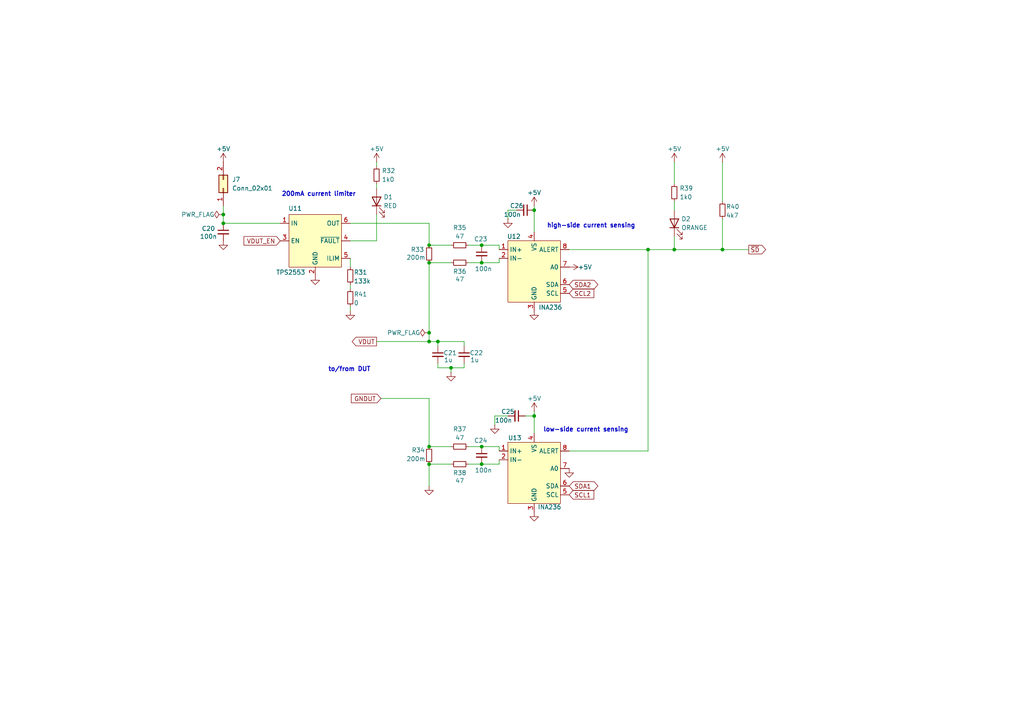
<source format=kicad_sch>
(kicad_sch (version 20250114) (generator "eeschema") (generator_version "9.0")
  (paper "A4")
  (title_block (title "Logic IC tester / current sense and limiting") (date "2024-12-08") (rev "3.0") (company "https://mera400.pl"))
  (lib_symbols
    (symbol "Connector_Generic:Conn_02x01" (pin_names (offset 1.016) (hide yes))
      (property "Reference" "J" (at 1.27 2.54 0))
      (property "Value" "Conn_02x01" (at 1.27 -2.54 0))
      (symbol "Conn_02x01_1_1"
        (rectangle (start -1.27 1.27) (end 3.81 -1.27) (stroke (width 0.254)) (fill (type background)))
        (rectangle (start -1.27 0.127) (end 0 -0.127) (stroke (width 0.1524)))
        (rectangle (start 3.81 0.127) (end 2.54 -0.127) (stroke (width 0.1524)))
        (pin passive line (at -5.08 0 0) (length 3.81) (name "Pin_1") (number "1"))
        (pin passive line (at 7.62 0 180) (length 3.81) (name "Pin_2") (number "2"))
      )
    )
    (symbol "Device:C_Small" (pin_numbers (hide yes)) (pin_names (offset 0.254) (hide yes))
      (property "Reference" "C" (at 0.254 1.778 0))
      (property "Value" "C_Small" (at 0.254 -2.032 0))
      (symbol "C_Small_0_1"
        (polyline (pts (xy -1.524 0.508) (xy 1.524 0.508)) (stroke (width 0.3048)))
        (polyline (pts (xy -1.524 -0.508) (xy 1.524 -0.508)) (stroke (width 0.3302)))
      )
      (symbol "C_Small_1_1"
        (pin passive line (at 0 2.54 270) (length 2.032) (name "~") (number "1"))
        (pin passive line (at 0 -2.54 90) (length 2.032) (name "~") (number "2"))
      )
    )
    (symbol "Device:LED" (pin_numbers (hide yes)) (pin_names (offset 1.016) (hide yes))
      (property "Reference" "D" (at 0 2.54 0))
      (property "Value" "LED" (at 0 -2.54 0))
      (symbol "LED_0_1"
        (polyline (pts (xy -3.048 -0.762) (xy -4.572 -2.286) (xy -3.81 -2.286) (xy -4.572 -2.286) (xy -4.572 -1.524)))
        (polyline (pts (xy -1.778 -0.762) (xy -3.302 -2.286) (xy -2.54 -2.286) (xy -3.302 -2.286) (xy -3.302 -1.524)))
        (polyline (pts (xy -1.27 0) (xy 1.27 0)))
        (polyline (pts (xy -1.27 -1.27) (xy -1.27 1.27)) (stroke (width 0.254)))
        (polyline (pts (xy 1.27 -1.27) (xy 1.27 1.27) (xy -1.27 0) (xy 1.27 -1.27)) (stroke (width 0.254)))
      )
      (symbol "LED_1_1"
        (pin passive line (at -3.81 0 0) (length 2.54) (name "K") (number "1"))
        (pin passive line (at 3.81 0 180) (length 2.54) (name "A") (number "2"))
      )
    )
    (symbol "Device:R_Small" (pin_numbers (hide yes)) (pin_names (offset 0.254) (hide yes))
      (property "Reference" "R" (at 0.762 0.508 0))
      (property "Value" "R_Small" (at 0.762 -1.016 0))
      (symbol "R_Small_0_1"
        (rectangle (start -0.762 1.778) (end 0.762 -1.778) (stroke (width 0.2032)))
      )
      (symbol "R_Small_1_1"
        (pin passive line (at 0 2.54 270) (length 0.762) (name "~") (number "1"))
        (pin passive line (at 0 -2.54 90) (length 0.762) (name "~") (number "2"))
      )
    )
    (symbol "INA236_1"
      (property "Reference" "U" (at 0.762 1.524 0))
      (property "Value" "INA236" (at 11.684 -19.05 0))
      (symbol "INA236_1_1_1"
        (rectangle (start 0 0) (end 15.24 -17.78) (fill (type background)))
        (pin input line (at -2.54 -2.54 0) (length 2.54) (name "IN+") (number "1"))
        (pin input line (at -2.54 -5.08 0) (length 2.54) (name "IN-") (number "2"))
        (pin power_in line (at 7.62 2.54 270) (length 2.54) (name "VS") (number "4"))
        (pin power_in line (at 7.62 -20.32 90) (length 2.54) (name "GND") (number "3"))
        (pin open_collector line (at 17.78 -2.54 180) (length 2.54) (name "ALERT") (number "8"))
        (pin input line (at 17.78 -7.62 180) (length 2.54) (name "A0") (number "7"))
        (pin bidirectional line (at 17.78 -12.7 180) (length 2.54) (name "SDA") (number "6"))
        (pin input line (at 17.78 -15.24 180) (length 2.54) (name "SCL") (number "5"))
      )
    )
    (symbol "ictester:INA236"
      (property "Reference" "U" (at 0.762 1.524 0))
      (property "Value" "INA236" (at 11.684 -19.05 0))
      (symbol "INA236_1_1"
        (rectangle (start 0 0) (end 15.24 -17.78) (fill (type background)))
        (pin input line (at -2.54 -2.54 0) (length 2.54) (name "IN+") (number "1"))
        (pin input line (at -2.54 -5.08 0) (length 2.54) (name "IN-") (number "2"))
        (pin power_in line (at 7.62 2.54 270) (length 2.54) (name "VS") (number "4"))
        (pin power_in line (at 7.62 -20.32 90) (length 2.54) (name "GND") (number "3"))
        (pin open_collector line (at 17.78 -2.54 180) (length 2.54) (name "ALERT") (number "8"))
        (pin input line (at 17.78 -7.62 180) (length 2.54) (name "A0") (number "7"))
        (pin bidirectional line (at 17.78 -12.7 180) (length 2.54) (name "SDA") (number "6"))
        (pin input line (at 17.78 -15.24 180) (length 2.54) (name "SCL") (number "5"))
      )
    )
    (symbol "ictester:TPS2553"
      (property "Reference" "U" (at 0.508 1.778 0))
      (property "Value" "TPS2553" (at 12.954 -16.764 0))
      (symbol "TPS2553_1_1"
        (rectangle (start 0 0) (end 15.24 -15.24) (fill (type background)))
        (pin power_in line (at -2.54 -2.54 0) (length 2.54) (name "IN") (number "1"))
        (pin input line (at -2.54 -7.62 0) (length 2.54) (name "EN") (number "3"))
        (pin passive line (at 7.62 -17.78 90) (length 2.54) (name "GND") (number "2"))
        (pin power_out line (at 17.78 -2.54 180) (length 2.54) (name "OUT") (number "6"))
        (pin open_collector line (at 17.78 -7.62 180) (length 2.54) (name "~{FAULT}") (number "4"))
        (pin passive line (at 17.78 -12.7 180) (length 2.54) (name "ILIM") (number "5"))
      )
    )
    (symbol "power:+5V" (power) (pin_numbers (hide yes)) (pin_names (offset 0) (hide yes))
      (property "Value" "+5V" (at 0 3.556 0))
      (symbol "+5V_0_1"
        (polyline (pts (xy -0.762 1.27) (xy 0 2.54)))
        (polyline (pts (xy 0 2.54) (xy 0.762 1.27)))
        (polyline (pts (xy 0 0) (xy 0 2.54)))
      )
      (symbol "+5V_1_1"
        (pin power_in line (at 0 0 90) (length 0) (name "~") (number "1"))
      )
    )
    (symbol "power:GND" (power) (pin_numbers (hide yes)) (pin_names (offset 0) (hide yes))
      (property "Value" "GND" (at 0 -3.81 0))
      (symbol "GND_0_1"
        (polyline (pts (xy 0 0) (xy 0 -1.27) (xy 1.27 -1.27) (xy 0 -2.54) (xy -1.27 -1.27) (xy 0 -1.27)))
      )
      (symbol "GND_1_1"
        (pin power_in line (at 0 0 270) (length 0) (name "~") (number "1"))
      )
    )
    (symbol "power:PWR_FLAG" (power) (pin_numbers (hide yes)) (pin_names (offset 0) (hide yes))
      (property "Value" "PWR_FLAG" (at 0 3.81 0))
      (symbol "PWR_FLAG_0_0"
        (pin power_out line (at 0 0 90) (length 0) (name "~") (number "1"))
      )
      (symbol "PWR_FLAG_0_1"
        (polyline (pts (xy 0 0) (xy 0 1.27) (xy -1.016 1.905) (xy 0 2.54) (xy 1.016 1.905) (xy 0 1.27)))
      )
    )
  )
  (text "low-side current sensing" (at 169.926 124.714 0) (effects (font (size 1.27 1.27) (thickness 0.254) (bold yes))))
  (text "200mA current limiter" (at 92.456 56.388 0) (effects (font (size 1.27 1.27) (thickness 0.254) (bold yes))))
  (text "high-side current sensing" (at 171.45 65.532 0) (effects (font (size 1.27 1.27) (thickness 0.254) (bold yes))))
  (text "to/from DUT" (at 101.346 107.188 0) (effects (font (size 1.27 1.27) (thickness 0.254) (bold yes))))
  (junction (at 130.81 106.68))
  (junction (at 187.96 72.39))
  (junction (at 209.55 72.39))
  (junction (at 127 99.06))
  (junction (at 154.94 120.65))
  (junction (at 124.46 99.06))
  (junction (at 124.46 71.12))
  (junction (at 139.7 71.12))
  (junction (at 124.46 129.54))
  (junction (at 195.58 72.39))
  (junction (at 139.7 76.2))
  (junction (at 124.46 134.62))
  (junction (at 139.7 134.62))
  (junction (at 139.7 129.54))
  (junction (at 64.77 64.77))
  (junction (at 124.46 96.52))
  (junction (at 64.77 62.23))
  (junction (at 124.46 76.2))
  (junction (at 154.94 60.96))
  (wire (pts (xy 124.46 134.62) (xy 130.81 134.62)))
  (wire (pts (xy 124.46 129.54) (xy 130.81 129.54)))
  (wire (pts (xy 139.7 71.12) (xy 144.78 71.12)))
  (wire (pts (xy 130.81 107.95) (xy 130.81 106.68)))
  (wire (pts (xy 134.62 99.06) (xy 134.62 100.33)))
  (wire (pts (xy 135.89 129.54) (xy 139.7 129.54)))
  (wire (pts (xy 195.58 46.99) (xy 195.58 53.34)))
  (wire (pts (xy 127 100.33) (xy 127 99.06)))
  (wire (pts (xy 101.6 74.93) (xy 101.6 77.47)))
  (wire (pts (xy 144.78 72.39) (xy 144.78 71.12)))
  (wire (pts (xy 109.22 53.34) (xy 109.22 54.61)))
  (wire (pts (xy 101.6 69.85) (xy 109.22 69.85)))
  (wire (pts (xy 110.49 115.57) (xy 124.46 115.57)))
  (wire (pts (xy 165.1 130.81) (xy 187.96 130.81)))
  (wire (pts (xy 124.46 64.77) (xy 124.46 71.12)))
  (wire (pts (xy 124.46 71.12) (xy 130.81 71.12)))
  (wire (pts (xy 152.4 120.65) (xy 154.94 120.65)))
  (wire (pts (xy 209.55 46.99) (xy 209.55 58.42)))
  (wire (pts (xy 209.55 72.39) (xy 217.17 72.39)))
  (wire (pts (xy 139.7 129.54) (xy 144.78 129.54)))
  (wire (pts (xy 147.32 120.65) (xy 143.51 120.65)))
  (wire (pts (xy 195.58 68.58) (xy 195.58 72.39)))
  (wire (pts (xy 209.55 63.5) (xy 209.55 72.39)))
  (wire (pts (xy 134.62 105.41) (xy 134.62 106.68)))
  (wire (pts (xy 130.81 106.68) (xy 134.62 106.68)))
  (wire (pts (xy 135.89 76.2) (xy 139.7 76.2)))
  (wire (pts (xy 165.1 72.39) (xy 187.96 72.39)))
  (wire (pts (xy 154.94 119.38) (xy 154.94 120.65)))
  (wire (pts (xy 124.46 115.57) (xy 124.46 129.54)))
  (wire (pts (xy 187.96 72.39) (xy 187.96 130.81)))
  (wire (pts (xy 147.32 60.96) (xy 149.86 60.96)))
  (wire (pts (xy 134.62 99.06) (xy 127 99.06)))
  (wire (pts (xy 135.89 71.12) (xy 139.7 71.12)))
  (wire (pts (xy 154.94 59.69) (xy 154.94 60.96)))
  (wire (pts (xy 101.6 90.17) (xy 101.6 88.9)))
  (wire (pts (xy 135.89 134.62) (xy 139.7 134.62)))
  (wire (pts (xy 144.78 74.93) (xy 144.78 76.2)))
  (wire (pts (xy 101.6 82.55) (xy 101.6 83.82)))
  (wire (pts (xy 109.22 62.23) (xy 109.22 69.85)))
  (wire (pts (xy 124.46 134.62) (xy 124.46 140.97)))
  (wire (pts (xy 64.77 59.69) (xy 64.77 62.23)))
  (wire (pts (xy 64.77 64.77) (xy 81.28 64.77)))
  (wire (pts (xy 147.32 63.5) (xy 147.32 60.96)))
  (wire (pts (xy 139.7 76.2) (xy 144.78 76.2)))
  (wire (pts (xy 144.78 133.35) (xy 144.78 134.62)))
  (wire (pts (xy 124.46 96.52) (xy 124.46 99.06)))
  (wire (pts (xy 109.22 46.99) (xy 109.22 48.26)))
  (wire (pts (xy 101.6 64.77) (xy 124.46 64.77)))
  (wire (pts (xy 144.78 130.81) (xy 144.78 129.54)))
  (wire (pts (xy 154.94 60.96) (xy 154.94 67.31)))
  (wire (pts (xy 139.7 134.62) (xy 144.78 134.62)))
  (wire (pts (xy 195.58 72.39) (xy 209.55 72.39)))
  (wire (pts (xy 109.22 99.06) (xy 124.46 99.06)))
  (wire (pts (xy 127 99.06) (xy 124.46 99.06)))
  (wire (pts (xy 64.77 62.23) (xy 64.77 64.77)))
  (wire (pts (xy 195.58 58.42) (xy 195.58 60.96)))
  (wire (pts (xy 187.96 72.39) (xy 195.58 72.39)))
  (wire (pts (xy 143.51 120.65) (xy 143.51 123.19)))
  (wire (pts (xy 154.94 120.65) (xy 154.94 125.73)))
  (wire (pts (xy 124.46 76.2) (xy 124.46 96.52)))
  (wire (pts (xy 124.46 76.2) (xy 130.81 76.2)))
  (wire (pts (xy 127 106.68) (xy 127 105.41)))
  (wire (pts (xy 130.81 106.68) (xy 127 106.68)))
  (global_label "VDUT" (shape output) (at 109.22 99.06 180) (property "Intersheetrefs" "${INTERSHEET_REFS}" (effects (hide yes))))
  (global_label "GNDUT" (shape input) (at 110.49 115.57 180) (property "Intersheetrefs" "${INTERSHEET_REFS}" (effects (hide yes))))
  (global_label "SCL1" (shape input) (at 165.1 143.51 0) (property "Intersheetrefs" "${INTERSHEET_REFS}" (effects (hide yes))))
  (global_label "SDA1" (shape bidirectional) (at 165.1 140.97 0) (property "Intersheetrefs" "${INTERSHEET_REFS}" (effects (hide yes))))
  (global_label "VDUT_EN" (shape input) (at 81.28 69.85 180) (property "Intersheetrefs" "${INTERSHEET_REFS}" (effects (hide yes))))
  (global_label "SDA2" (shape bidirectional) (at 165.1 82.55 0) (property "Intersheetrefs" "${INTERSHEET_REFS}" (effects (hide yes))))
  (global_label "SCL2" (shape input) (at 165.1 85.09 0) (property "Intersheetrefs" "${INTERSHEET_REFS}" (effects (hide yes))))
  (global_label "~{SD}" (shape output) (at 217.17 72.39 0) (property "Intersheetrefs" "${INTERSHEET_REFS}" (effects (hide yes))))
  (symbol (lib_id "power:GND") (at 147.32 63.5 0) (unit 1)
    (property "Reference" "#PWR078" (effects (hide yes)))
    (property "Value" "GND" (effects (hide yes)))
    (property "Description" "Power symbol creates a global label with name \"GND\" , ground" (effects (hide yes)))
  )
  (symbol (lib_id "Device:C_Small") (at 152.4 60.96 270) (unit 1)
    (property "Reference" "C26" (at 149.86 59.69 90))
    (property "Value" "100n" (at 148.59 62.23 90))
    (property "Footprint" "Capacitor_SMD:C_0805_2012Metric_Pad1.18x1.45mm_HandSolder" (effects (hide yes)))
    (property "Description" "Unpolarized capacitor, small symbol" (effects (hide yes)))
  )
  (symbol (lib_id "Device:R_Small") (at 133.35 134.62 90) (unit 1)
    (property "Reference" "R38" (at 133.35 137.16 90))
    (property "Value" "47" (at 133.35 139.446 90))
    (property "Footprint" "Resistor_SMD:R_0805_2012Metric_Pad1.20x1.40mm_HandSolder" (effects (hide yes)))
    (property "Description" "Resistor, small symbol" (effects (hide yes)))
  )
  (symbol (lib_id "power:GND") (at 154.94 148.59 0) (unit 1)
    (property "Reference" "#PWR082" (effects (hide yes)))
    (property "Value" "GND" (effects (hide yes)))
    (property "Description" "Power symbol creates a global label with name \"GND\" , ground" (effects (hide yes)))
  )
  (symbol (lib_id "power:PWR_FLAG") (at 64.77 62.23 90) (unit 1)
    (property "Reference" "#FLG03" (effects (hide yes)))
    (property "Value" "PWR_FLAG" (at 57.404 62.23 90))
    (property "Description" "Special symbol for telling ERC where power comes from" (effects (hide yes)))
  )
  (symbol (lib_id "power:+5V") (at 109.22 46.99 0) (mirror y) (unit 1)
    (property "Reference" "#PWR074" (effects (hide yes)))
    (property "Value" "+5V" (at 107.188 43.18 0) (effects (justify right)))
    (property "Description" "Power symbol creates a global label with name \"+5V\"" (effects (hide yes)))
  )
  (symbol (lib_id "Device:R_Small") (at 124.46 132.08 180) (unit 1)
    (property "Reference" "R34" (at 119.38 130.556 0) (effects (justify right)))
    (property "Value" "200m" (at 117.856 133.096 0) (effects (justify right)))
    (property "Footprint" "Resistor_SMD:R_0805_2012Metric_Pad1.20x1.40mm_HandSolder" (effects (hide yes)))
    (property "Description" "Resistor, small symbol" (effects (hide yes)))
  )
  (symbol (lib_id "power:GND") (at 154.94 90.17 0) (unit 1)
    (property "Reference" "#PWR080" (effects (hide yes)))
    (property "Value" "GND" (effects (hide yes)))
    (property "Description" "Power symbol creates a global label with name \"GND\" , ground" (effects (hide yes)))
  )
  (symbol (lib_id "Device:C_Small") (at 139.7 73.66 0) (unit 1)
    (property "Reference" "C23" (at 139.446 69.342 0))
    (property "Value" "100n" (at 140.208 77.978 0))
    (property "Footprint" "Capacitor_SMD:C_0805_2012Metric_Pad1.18x1.45mm_HandSolder" (effects (hide yes)))
    (property "Description" "Unpolarized capacitor, small symbol" (effects (hide yes)))
  )
  (symbol (lib_id "power:GND") (at 64.77 69.85 0) (unit 1)
    (property "Reference" "#PWR071" (effects (hide yes)))
    (property "Value" "GND" (effects (hide yes)))
    (property "Description" "Power symbol creates a global label with name \"GND\" , ground" (effects (hide yes)))
  )
  (symbol (lib_id "power:+5V") (at 154.94 59.69 0) (mirror y) (unit 1)
    (property "Reference" "#PWR079" (effects (hide yes)))
    (property "Value" "+5V" (at 152.908 55.88 0) (effects (justify right)))
    (property "Description" "Power symbol creates a global label with name \"+5V\"" (effects (hide yes)))
  )
  (symbol (lib_id "Device:R_Small") (at 133.35 71.12 90) (unit 1)
    (property "Reference" "R35" (at 133.35 66.04 90))
    (property "Value" "47" (at 133.35 68.58 90))
    (property "Footprint" "Resistor_SMD:R_0805_2012Metric_Pad1.20x1.40mm_HandSolder" (effects (hide yes)))
    (property "Description" "Resistor, small symbol" (effects (hide yes)))
  )
  (symbol (lib_id "Device:C_Small") (at 64.77 67.31 0) (unit 1)
    (property "Reference" "C20" (at 60.452 66.294 0))
    (property "Value" "100n" (at 60.452 68.58 0))
    (property "Footprint" "Capacitor_SMD:C_0805_2012Metric_Pad1.18x1.45mm_HandSolder" (effects (hide yes)))
    (property "Description" "Unpolarized capacitor, small symbol" (effects (hide yes)))
  )
  (symbol (lib_id "Device:C_Small") (at 134.62 102.87 0) (unit 1)
    (property "Reference" "C22" (at 138.176 102.362 0))
    (property "Value" "1u" (at 137.668 104.394 0))
    (property "Footprint" "Capacitor_SMD:C_0805_2012Metric_Pad1.18x1.45mm_HandSolder" (effects (hide yes)))
    (property "Description" "Unpolarized capacitor, small symbol" (effects (hide yes)))
  )
  (symbol (lib_id "power:+5V") (at 154.94 119.38 0) (mirror y) (unit 1)
    (property "Reference" "#PWR081" (effects (hide yes)))
    (property "Value" "+5V" (at 152.908 115.57 0) (effects (justify right)))
    (property "Description" "Power symbol creates a global label with name \"+5V\"" (effects (hide yes)))
  )
  (symbol (lib_id "power:GND") (at 130.81 107.95 0) (unit 1)
    (property "Reference" "#PWR076" (effects (hide yes)))
    (property "Value" "GND" (effects (hide yes)))
    (property "Description" "Power symbol creates a global label with name \"GND\" , ground" (effects (hide yes)))
  )
  (symbol (lib_id "power:+5V") (at 195.58 46.99 0) (mirror y) (unit 1)
    (property "Reference" "#PWR085" (effects (hide yes)))
    (property "Value" "+5V" (at 193.548 43.18 0) (effects (justify right)))
    (property "Description" "Power symbol creates a global label with name \"+5V\"" (effects (hide yes)))
  )
  (symbol (lib_id "power:+5V") (at 165.1 77.47 270) (mirror x) (unit 1)
    (property "Reference" "#PWR083" (effects (hide yes)))
    (property "Value" "+5V" (at 171.704 77.47 90) (effects (justify right)))
    (property "Description" "Power symbol creates a global label with name \"+5V\"" (effects (hide yes)))
  )
  (symbol (lib_id "Device:LED") (at 109.22 58.42 90) (unit 1)
    (property "Reference" "D1" (at 111.252 57.15 90) (effects (justify right)))
    (property "Value" "RED" (at 111.252 59.69 90) (effects (justify right)))
    (property "Footprint" "LED_SMD:LED_0805_2012Metric_Pad1.15x1.40mm_HandSolder" (effects (hide yes)))
    (property "Description" "Light emitting diode" (effects (hide yes)))
  )
  (symbol (lib_id "power:+5V") (at 209.55 46.99 0) (mirror y) (unit 1)
    (property "Reference" "#PWR086" (effects (hide yes)))
    (property "Value" "+5V" (at 207.518 43.18 0) (effects (justify right)))
    (property "Description" "Power symbol creates a global label with name \"+5V\"" (effects (hide yes)))
  )
  (symbol (lib_id "power:+5V") (at 64.77 46.99 0) (mirror y) (unit 1)
    (property "Reference" "#PWR070" (effects (hide yes)))
    (property "Value" "+5V" (at 62.738 43.18 0) (effects (justify right)))
    (property "Description" "Power symbol creates a global label with name \"+5V\"" (effects (hide yes)))
  )
  (symbol (lib_id "power:GND") (at 124.46 140.97 0) (unit 1)
    (property "Reference" "#PWR075" (effects (hide yes)))
    (property "Value" "GND" (effects (hide yes)))
    (property "Description" "Power symbol creates a global label with name \"GND\" , ground" (effects (hide yes)))
  )
  (symbol (lib_id "Device:C_Small") (at 139.7 132.08 0) (unit 1)
    (property "Reference" "C24" (at 139.446 127.762 0))
    (property "Value" "100n" (at 140.208 136.398 0))
    (property "Footprint" "Capacitor_SMD:C_0805_2012Metric_Pad1.18x1.45mm_HandSolder" (effects (hide yes)))
    (property "Description" "Unpolarized capacitor, small symbol" (effects (hide yes)))
  )
  (symbol (lib_id "Device:R_Small") (at 109.22 50.8 0) (unit 1)
    (property "Reference" "R32" (at 110.744 49.53 0) (effects (justify left)))
    (property "Value" "1k0" (at 110.744 52.07 0) (effects (justify left)))
    (property "Footprint" "Resistor_SMD:R_0805_2012Metric_Pad1.20x1.40mm_HandSolder" (effects (hide yes)))
    (property "Description" "Resistor, small symbol" (effects (hide yes)))
  )
  (symbol (lib_id "Device:R_Small") (at 101.6 86.36 0) (unit 1)
    (property "Reference" "R41" (at 102.616 85.344 0) (effects (justify left)))
    (property "Value" "0" (at 102.616 87.884 0) (effects (justify left)))
    (property "Footprint" "Resistor_SMD:R_0805_2012Metric_Pad1.20x1.40mm_HandSolder" (effects (hide yes)))
    (property "Description" "Resistor, small symbol" (effects (hide yes)))
  )
  (symbol (lib_id "power:GND") (at 143.51 123.19 0) (unit 1)
    (property "Reference" "#PWR077" (effects (hide yes)))
    (property "Value" "GND" (effects (hide yes)))
    (property "Description" "Power symbol creates a global label with name \"GND\" , ground" (effects (hide yes)))
  )
  (symbol (lib_id "Device:R_Small") (at 209.55 60.96 0) (unit 1)
    (property "Reference" "R40" (at 210.566 59.944 0) (effects (justify left)))
    (property "Value" "4k7" (at 210.566 62.484 0) (effects (justify left)))
    (property "Footprint" "Resistor_SMD:R_0805_2012Metric_Pad1.20x1.40mm_HandSolder" (effects (hide yes)))
    (property "Description" "Resistor, small symbol" (effects (hide yes)))
  )
  (symbol (lib_name "INA236_1") (lib_id "ictester:INA236") (at 147.32 69.85 0) (unit 1)
    (property "Reference" "U12" (at 147.066 68.58 0) (effects (justify left)))
    (property "Value" "INA236" (at 156.21 89.154 0) (effects (justify left)))
    (property "Footprint" "Package_TO_SOT_SMD:SOT-23-8_Handsoldering" (effects (hide yes)))
    (property "Datasheet" "https://www.ti.com/lit/ds/symlink/ina236.pdf" (effects (hide yes)))
    (property "Description" "48-V, 16-Bit, Ultra-Precise, Current, Voltage, and Power Monitor With an I2C Interface" (effects (hide yes)))
  )
  (symbol (lib_id "Device:R_Small") (at 124.46 73.66 0) (unit 1)
    (property "Reference" "R33" (at 119.126 72.39 0) (effects (justify left)))
    (property "Value" "200m" (at 117.856 74.676 0) (effects (justify left)))
    (property "Footprint" "Resistor_SMD:R_0805_2012Metric_Pad1.20x1.40mm_HandSolder" (effects (hide yes)))
    (property "Description" "Resistor, small symbol" (effects (hide yes)))
  )
  (symbol (lib_id "Device:R_Small") (at 195.58 55.88 0) (unit 1)
    (property "Reference" "R39" (at 197.104 54.61 0) (effects (justify left)))
    (property "Value" "1k0" (at 197.104 57.15 0) (effects (justify left)))
    (property "Footprint" "Resistor_SMD:R_0805_2012Metric_Pad1.20x1.40mm_HandSolder" (effects (hide yes)))
    (property "Description" "Resistor, small symbol" (effects (hide yes)))
  )
  (symbol (lib_id "ictester:INA236") (at 147.32 128.27 0) (unit 1)
    (property "Reference" "U13" (at 147.32 127 0) (effects (justify left)))
    (property "Value" "INA236" (at 155.956 147.066 0) (effects (justify left)))
    (property "Footprint" "Package_TO_SOT_SMD:SOT-23-8_Handsoldering" (effects (hide yes)))
    (property "Datasheet" "https://www.ti.com/lit/ds/symlink/ina236.pdf" (effects (hide yes)))
    (property "Description" "48-V, 16-Bit, Ultra-Precise, Current, Voltage, and Power Monitor With an I2C Interface" (effects (hide yes)))
  )
  (symbol (lib_id "ictester:TPS2553") (at 83.82 62.23 0) (unit 1)
    (property "Reference" "U11" (at 85.598 60.452 0))
    (property "Value" "TPS2553" (at 84.328 78.994 0))
    (property "Footprint" "Package_TO_SOT_SMD:SOT-23-6_Handsoldering" (effects (hide yes)))
    (property "Datasheet" "https://www.ti.com/lit/ds/symlink/tps2553-q1.pdf" (effects (hide yes)))
    (property "Description" "Precision Adjustable Current-Limited Power-Distribution Switches" (effects (hide yes)))
  )
  (symbol (lib_id "power:PWR_FLAG") (at 124.46 96.52 90) (unit 1)
    (property "Reference" "#FLG02" (effects (hide yes)))
    (property "Value" "PWR_FLAG" (at 117.094 96.52 90))
    (property "Description" "Special symbol for telling ERC where power comes from" (effects (hide yes)))
  )
  (symbol (lib_id "power:GND") (at 101.6 90.17 0) (unit 1)
    (property "Reference" "#PWR073" (effects (hide yes)))
    (property "Value" "GND" (effects (hide yes)))
    (property "Description" "Power symbol creates a global label with name \"GND\" , ground" (effects (hide yes)))
  )
  (symbol (lib_id "Device:C_Small") (at 149.86 120.65 270) (unit 1)
    (property "Reference" "C25" (at 147.32 119.38 90))
    (property "Value" "100n" (at 146.05 121.92 90))
    (property "Footprint" "Capacitor_SMD:C_0805_2012Metric_Pad1.18x1.45mm_HandSolder" (effects (hide yes)))
    (property "Description" "Unpolarized capacitor, small symbol" (effects (hide yes)))
  )
  (symbol (lib_id "Device:R_Small") (at 101.6 80.01 0) (unit 1)
    (property "Reference" "R31" (at 102.616 78.994 0) (effects (justify left)))
    (property "Value" "133k" (at 102.616 81.534 0) (effects (justify left)))
    (property "Footprint" "Resistor_SMD:R_0805_2012Metric_Pad1.20x1.40mm_HandSolder" (effects (hide yes)))
    (property "Description" "Resistor, small symbol" (effects (hide yes)))
  )
  (symbol (lib_id "Device:R_Small") (at 133.35 76.2 90) (unit 1)
    (property "Reference" "R36" (at 133.35 78.74 90))
    (property "Value" "47" (at 133.35 81.026 90))
    (property "Footprint" "Resistor_SMD:R_0805_2012Metric_Pad1.20x1.40mm_HandSolder" (effects (hide yes)))
    (property "Description" "Resistor, small symbol" (effects (hide yes)))
  )
  (symbol (lib_id "Device:R_Small") (at 133.35 129.54 90) (unit 1)
    (property "Reference" "R37" (at 133.35 124.46 90))
    (property "Value" "47" (at 133.35 127 90))
    (property "Footprint" "Resistor_SMD:R_0805_2012Metric_Pad1.20x1.40mm_HandSolder" (effects (hide yes)))
    (property "Description" "Resistor, small symbol" (effects (hide yes)))
  )
  (symbol (lib_id "Device:C_Small") (at 127 102.87 0) (unit 1)
    (property "Reference" "C21" (at 130.556 102.362 0))
    (property "Value" "1u" (at 130.048 104.394 0))
    (property "Footprint" "Capacitor_SMD:C_0805_2012Metric_Pad1.18x1.45mm_HandSolder" (effects (hide yes)))
    (property "Description" "Unpolarized capacitor, small symbol" (effects (hide yes)))
  )
  (symbol (lib_id "power:GND") (at 165.1 135.89 0) (unit 1)
    (property "Reference" "#PWR084" (effects (hide yes)))
    (property "Value" "GND" (effects (hide yes)))
    (property "Description" "Power symbol creates a global label with name \"GND\" , ground" (effects (hide yes)))
  )
  (symbol (lib_id "Device:LED") (at 195.58 64.77 90) (unit 1)
    (property "Reference" "D2" (at 197.612 63.5 90) (effects (justify right)))
    (property "Value" "ORANGE" (at 197.612 66.04 90) (effects (justify right)))
    (property "Footprint" "LED_SMD:LED_0805_2012Metric_Pad1.15x1.40mm_HandSolder" (effects (hide yes)))
    (property "Description" "Light emitting diode" (effects (hide yes)))
  )
  (symbol (lib_id "power:GND") (at 91.44 80.01 0) (unit 1)
    (property "Reference" "#PWR072" (effects (hide yes)))
    (property "Value" "GND" (effects (hide yes)))
    (property "Description" "Power symbol creates a global label with name \"GND\" , ground" (effects (hide yes)))
  )
  (symbol (lib_id "Connector_Generic:Conn_02x01") (at 64.77 54.61 90) (unit 1)
    (property "Reference" "J7" (at 67.31 52.0699 90) (effects (justify right)))
    (property "Value" "Conn_02x01" (at 67.31 54.6099 90) (effects (justify right)))
    (property "Footprint" "Connector_PinHeader_2.54mm:PinHeader_1x02_P2.54mm_Vertical" (effects (hide yes)))
    (property "Description" "Generic connector, double row, 02x01, this symbol is compatible with counter-clockwise, top-bottom and odd-even numbering schemes., script generated (kicad-library-utils/schlib/autogen/connector/)" (effects (hide yes)))
  )
)
</source>
